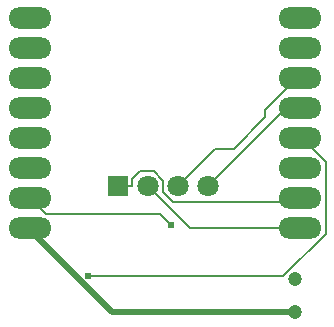
<source format=gbl>
G04 Layer: BottomLayer*
G04 EasyEDA v6.5.22, 2023-01-21 22:26:58*
G04 134ed4c23c824edf92a7001f2c5d0f5b,db865e68f4bc4fd99aa1dd1697a786d6,10*
G04 Gerber Generator version 0.2*
G04 Scale: 100 percent, Rotated: No, Reflected: No *
G04 Dimensions in millimeters *
G04 leading zeros omitted , absolute positions ,4 integer and 5 decimal *
%FSLAX45Y45*%
%MOMM*%

%ADD10C,0.1500*%
%ADD11C,0.5000*%
%ADD12C,1.2000*%
%ADD13O,3.6576X1.8288*%
%ADD14R,1.8000X1.8000*%
%ADD15C,1.8000*%
%ADD16C,0.6100*%

%LPD*%
D10*
X825500Y6261100D02*
G01*
X960399Y6126200D01*
X1925599Y6126200D01*
X2019300Y6032500D01*
D11*
X825500Y6007100D02*
G01*
X825500Y5991250D01*
X1521155Y5295595D01*
X3073400Y5295595D01*
D10*
X2336800Y6362700D02*
G01*
X2997200Y7023100D01*
X3111500Y7023100D01*
X1828800Y6362700D02*
G01*
X2184400Y6007100D01*
X3111500Y6007100D01*
X2082800Y6362700D02*
G01*
X2396007Y6675907D01*
X2553004Y6675907D01*
X2822473Y6945376D01*
X2822473Y7007377D01*
X3092195Y7277100D01*
X3111500Y7277100D01*
X1692325Y6362700D02*
G01*
X1692325Y6421475D01*
X1757375Y6486525D01*
X1874926Y6486525D01*
X1955800Y6405651D01*
X1955800Y6316548D01*
X2040509Y6231839D01*
X3082239Y6231839D01*
X3111500Y6261100D01*
X1574800Y6362700D02*
G01*
X1692325Y6362700D01*
X3111500Y6769100D02*
G01*
X3129711Y6769100D01*
X3332124Y6566687D01*
X3332124Y5958281D01*
X2973679Y5599836D01*
X1323873Y5599836D01*
D12*
G01*
X3073400Y5575604D03*
G01*
X3073400Y5295595D03*
D13*
G01*
X3111500Y6007100D03*
G01*
X3111500Y6261100D03*
G01*
X3111500Y6515100D03*
G01*
X3111500Y6769100D03*
G01*
X3111500Y7023100D03*
G01*
X3111500Y7277100D03*
G01*
X3111500Y7531100D03*
G01*
X3111500Y7785100D03*
G01*
X825500Y6007100D03*
G01*
X825500Y6261100D03*
G01*
X825500Y6515100D03*
G01*
X825500Y6769100D03*
G01*
X825500Y7023100D03*
G01*
X825500Y7277100D03*
G01*
X825500Y7531100D03*
G01*
X825500Y7785100D03*
D14*
G01*
X1574800Y6362700D03*
D15*
G01*
X1828800Y6362700D03*
G01*
X2082800Y6362700D03*
G01*
X2336800Y6362700D03*
D16*
G01*
X2019300Y6032500D03*
G01*
X1323873Y5599836D03*
M02*

</source>
